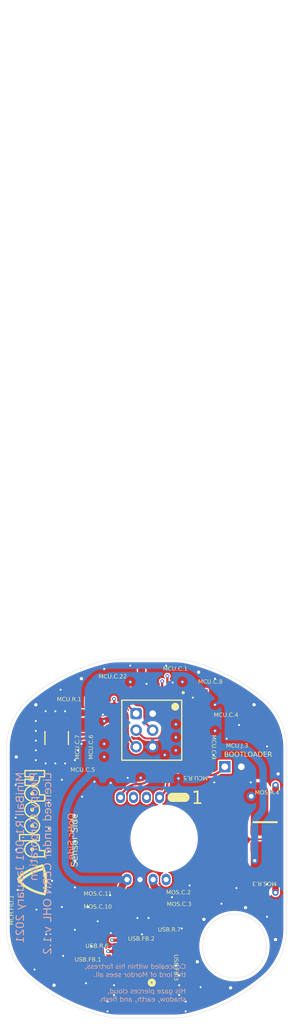
<source format=kicad_pcb>
(kicad_pcb (version 20240108) (generator "pcbnew") (generator_version "8.0")
  (layers (0 "F.Cu" signal "Top Layer") (1 "In1.Cu" signal "Plane 1") (2 "In2.Cu" signal "Plane 2") (31 "B.Cu" signal "Bottom Layer") (34 "B.Paste" user "Bottom Paste") (35 "F.Paste" user "Top Paste") (36 "B.SilkS" user "Bottom Overlay") (37 "F.SilkS" user "Top Overlay") (38 "B.Mask" user "Bottom Solder") (39 "F.Mask" user "Top Mask") (44 "Edge.Cuts" user))
  (property "ADDRESS1" "137-1140 Burnhamthorpe Road W")
  (property "ADDRESS2" "Mississauga")
  (property "ADDRESS3" "Ontario")
  (property "ADDRESS4" "Canada L5C 0A3")
  (property "AUTHOR" "")
  (property "CONFIGURATIONPARAMETERS" "")
  (property "CONFIGURATORNAME" "")
  (property "DOCUMENTNUMBER" "5")
  (property "ISUSERCONFIGURABLE" "")
  (property "ORGANIZATION" "Ploopy Corporation")
  (property "PAGESETUP" "")
  (property "SHEETTOTAL" "5")
  (property "SPICEMODELCACHE" "")
  (property "VERSIONCONTROL_PROJFOLDERREVNUMBER" "")
  (property "VERSIONCONTROL_REVNUMBER" "")
  (net 0 "")
  (net 1 "NetMCU.J.3_1")
  (net 2 "NetMOS.D.1_C")
  (net 3 "NetMOS.C.2_2")
  (net 4 "NetMCU.U.1_31")
  (net 5 "NetMCU.U.1_28")
  (net 6 "NetMCU.U.1_12")
  (net 7 "NetMCU.U.1_17")
  (net 8 "NetMCU.U.1_16")
  (net 9 "NetUSB.FB.3_1")
  (net 10 "NetUSB.FB.3_2")
  (net 11 "NetUSB.FB.2_2")
  (net 12 "NetUSB.FB.2_1")
  (net 13 "NetUSB.FB.1_1")
  (net 14 "V_USB")
  (net 15 "SCLK")
  (net 16 "~{RESET}")
  (net 17 "NetMOS.R.3_1")
  (net 18 "NetMCU.U.1_4")
  (net 19 "NetMCU.U.1_3")
  (net 20 "NetMCU.C.4_2")
  (net 21 "NetMCU.C.1_2")
  (net 22 "MOSI")
  (net 23 "MISO")
  (net 24 "GND")
  (footprint "PCBFeatures.PcbLib:SparkGap" (layer "F.Cu") (at 165.0011 84.5036 90)
    (property "Reference" "MCH.SP.10" (hide yes))
    (property "Value" "Spark Gap" (hide yes))
  )
  (footprint "PCBFeatures.PcbLib:SparkGap" (layer "F.Cu") (at 168.30111 120.5036 90)
    (property "Reference" "MCH.SP.9" (hide yes))
    (property "Value" "Spark Gap" (hide yes))
  )
  (footprint "Chip_Passives.PcbLib:0805 - TALL" (layer "F.Cu") (at 142.70111 82.0036 -90)
    (property "Reference" "MCU.C.22")
    (property "Value" "0805" (hide yes))
  )
  (footprint "Crystals.PcbLib:LFXTAL055663BULK" (layer "F.Cu") (at 134.7011 89.6036 -90)
    (property "Reference" "MCU.Y.1" (hide yes))
    (property "Value" "ECS-160-12-30B-AGM" (hide yes))
  )
  (footprint "Chip_Passives.PcbLib:0805" (layer "F.Cu") (at 144.7011 122.3036 -90)
    (property "Reference" "USB.R.6")
    (property "Value" "0805" (hide yes))
  )
  (footprint "PCBFeatures.PcbLib:SparkGap" (layer "F.Cu") (at 157.3011 117.4036 90)
    (property "Reference" "MCH.SP.2" (hide yes))
    (property "Value" "Spark Gap" (hide yes))
  )
  (footprint "Chip_Passives.PcbLib:0805 - TALL" (layer "F.Cu") (at 148.80111 79.7036 -90)
    (property "Reference" "MCU.C.1")
    (property "Value" "0805" (hide yes))
  )
  (footprint "Chip_Passives.PcbLib:0805 - TALL" (layer "F.Cu") (at 138.10111 86.8036 180)
    (property "Reference" "MCU.C.7")
    (property "Value" "0805" (hide yes))
  )
  (footprint "PCBFeatures.PcbLib:SparkGap" (layer "F.Cu") (at 138.5011 80.5036 90)
    (property "Reference" "MCH.SP.3" (hide yes))
    (property "Value" "Spark Gap" (hide yes))
  )
  (footprint "Chip_Passives.PcbLib:0805 - TALL" (layer "F.Cu") (at 149.3011 113.7036 90)
    (property "Reference" "MOS.C.2")
    (property "Value" "0805" (hide yes))
  )
  (footprint "Chip_Passives.PcbLib:0805 - TALL" (layer "F.Cu") (at 157.1011 87.4036 180)
    (property "Reference" "MCU.C.4")
    (property "Value" "0805" (hide yes))
  )
  (footprint "Chip_Passives.PcbLib:0805" (layer "F.Cu") (at 151.2011 125.2036 180)
    (property "Reference" "USB.FB.3")
    (property "Value" "ACML-0805-601-T" (hide yes))
  )
  (footprint "Chip_Passives.PcbLib:0805" (layer "F.Cu") (at 167.30111 110.2036 -90)
    (property "Reference" "MOS.R.3")
    (property "Value" "0805" (hide yes))
  )
  (footprint "Mechanical.PcbLib:FIDUCIAL_1.5" (layer "F.Cu") (at 166.50111 88.1036 90)
    (property "Reference" "MCH.FID.2" (hide yes))
    (property "Value" "IPC-7351 Fiducial 1mm" (hide yes))
  )
  (footprint "PCBFeatures.PcbLib:SparkGap" (layer "F.Cu") (at 161.4011 127.9036 90)
    (property "Reference" "MCH.SP.11" (hide yes))
    (property "Value" "Spark Gap" (hide yes))
  )
  (footprint "Chip_Passives.PcbLib:0805" (layer "F.Cu") (at 148.30111 122.3036 -90)
    (property "Reference" "USB.FB.2")
    (property "Value" "ACML-0805-601-T" (hide yes))
  )
  (footprint "PCBFeatures.PcbLib:SparkGap" (layer "F.Cu") (at 131.50111 84.5036 90)
    (property "Reference" "MCH.SP.5" (hide yes))
    (property "Value" "Spark Gap" (hide yes))
  )
  (footprint "Chip_Passives.PcbLib:0805 - TALL" (layer "F.Cu") (at 142.9011 94.8036 90)
    (property "Reference" "MCU.C.5")
    (property "Value" "0805" (hide yes))
  )
  (footprint "PCBFeatures.PcbLib:SparkGap" (layer "F.Cu") (at 128.5011 92.5036 90)
    (property "Reference" "MCH.SP.12" (hide yes))
    (property "Value" "Spark Gap" (hide yes))
  )
  (footprint "Chip_Passives.PcbLib:0805 - TALL" (layer "F.Cu") (at 145.6011 115.8036 -90)
    (property "Reference" "MOS.C.10")
    (property "Value" "0805" (hide yes))
  )
  (footprint "Connectors.PcbLib:6x2" (layer "F.Cu") (at 146.90111 85.8636)
    (property "Reference" "MCU.J.1" (hide yes))
    (property "Value" "Atmel_ICSP" (hide yes))
  )
  (footprint "Chip_Passives.PcbLib:0805 - TALL" (layer "F.Cu") (at 157.1011 83.7036 180)
    (property "Reference" "MCU.C.8")
    (property "Value" "0805" (hide yes))
  )
  (footprint "Connectors.PcbLib:2x1" (layer "F.Cu") (at 160.5111 94.0036 90)
    (property "Reference" "MCU.J.3")
    (property "Value" "HEADER2" (hide yes))
  )
  (footprint "Mechanical.PcbLib:FIDUCIAL_1.5" (layer "F.Cu") (at 130.0011 121.6036 90)
    (property "Reference" "MCH.FID.1")
    (property "Value" "IPC-7351 Fiducial 1mm" (hide yes))
  )
  (footprint "Graphics.PcbLib:PloopyLogo" (layer "F.Cu") (at 131.0011 107.5036 90)
    (property "Reference" "MCH.LOGO.1" (hide yes))
    (property "Value" "Ploopy logo, silkscreen" (hide yes))
  )
  (footprint "Chip_Passives.PcbLib:0805 - TALL" (layer "F.Cu") (at 149.3011 115.8036 90)
    (property "Reference" "MOS.C.3")
    (property "Value" "0805" (hide yes))
  )
  (footprint "PCBFeatures.PcbLib:SparkGap" (layer "F.Cu") (at 156.5011 79.5036 90)
    (property "Reference" "MCH.SP.8" (hide yes))
    (property "Value" "Spark Gap" (hide yes))
  )
  (footprint "Diodes.PcbLib:PESD3V3S4UD - SOT95P275X110-6N" (layer "F.Cu") (at 147.8011 125.2036 180)
    (property "Reference" "USB.Z.1" (hide yes))
    (property "Value" "IP4220CZ6,125" (hide yes))
  )
  (footprint "Chip_Passives.PcbLib:0805" (layer "F.Cu") (at 167.30111 99.8036 90)
    (property "Reference" "MOS.R.4")
    (property "Value" "0805" (hide yes))
  )
  (footprint "OptoElectronics.PcbLib:ADNS-5050" (layer "F.Cu") (at 150.50112 98.7036)
    (property "Reference" "MOS.U.2" (hide yes))
    (property "Value" "ADNS-5050" (hide yes))
  )
  (footprint "Chip_Passives.PcbLib:0805 - TALL" (layer "F.Cu") (at 157.1011 91.1036)
    (property "Reference" "MCU.C.9")
    (property "Value" "0805" (hide yes))
  )
  (footprint "Chip_Passives.PcbLib:0805" (layer "F.Cu") (at 151.2011 121.6036 180)
    (property "Reference" "USB.R.7")
    (property "Value" "0805" (hide yes))
  )
  (footprint "LEDs.PcbLib:SIDELED-A67F" (layer "F.Cu") (at 166.4011 105.0036)
    (property "Reference" "MOS.D.1" (hide yes))
    (property "Value" "SIDELED-A67F" (hide yes))
  )
  (footprint "Chip_Passives.PcbLib:0805" (layer "F.Cu") (at 156.3011 94.0036 90)
    (property "Reference" "MCU.R.5")
    (property "Value" "0805" (hide yes))
  )
  (footprint "PCBFeatures.PcbLib:SparkGap" (layer "F.Cu") (at 134.30111 127.5036 90)
    (property "Reference" "MCH.SP.6" (hide yes))
    (property "Value" "Spark Gap" (hide yes))
  )
  (footprint "PCBFeatures.PcbLib:SparkGap" (layer "F.Cu") (at 163.7011 115.6036 90)
    (property "Reference" "MCH.SP.7" (hide yes))
    (property "Value" "Spark Gap" (hide yes))
  )
  (footprint "PCBFeatures.PcbLib:SparkGap" (layer "F.Cu") (at 168.7011 95.1036 90)
    (property "Reference" "MCH.SP.1" (hide yes))
    (property "Value" "Spark Gap" (hide yes))
  )
  (footprint "Chip_Passives.PcbLib:0805" (layer "F.Cu") (at 140.60111 84.0036 -90)
    (property "Reference" "MCU.R.1")
    (property "Value" "0805" (hide yes))
  )
  (footprint "PCBFeatures.PcbLib:SparkGap" (layer "F.Cu") (at 156.3011 123.9036 90)
    (property "Reference" "MCH.SP.4" (hide yes))
    (property "Value" "Spark Gap" (hide yes))
  )
  (footprint "Connectors.PcbLib:10118192-0001LF" (layer "F.Cu") (at 148.5011 132.10361 180)
    (property "Reference" "USB.J.2" (hide yes))
    (property "Value" "10118192-0001LF" (hide yes))
  )
  (footprint "Chip_Passives.PcbLib:0805 - TALL" (layer "F.Cu") (at 140.20111 86.8036 180)
    (property "Reference" "MCU.C.6")
    (property "Value" "0805" (hide yes))
  )
  (footprint "Chip_Passives.PcbLib:0805 - TALL" (layer "F.Cu") (at 145.6011 113.7036 -90)
    (property "Reference" "MOS.C.11")
    (property "Value" "0805" (hide yes))
  )
  (footprint "Chip_Passives.PcbLib:0805" (layer "F.Cu") (at 143.6011 124.4036 -90)
    (property "Reference" "USB.FB.1")
    (property "Value" "ACML-0805-601-T" (hide yes))
  )
  (footprint "MCUs.PcbLib:ATmega32U4 - TQFP80P1200X1200X120-44N" (layer "F.Cu") (at 149.3011 88.4036 -90)
    (property "Reference" "MCU.U.1" (hide yes))
    (property "Value" "ATMEGA32U4RC-AU" (hide yes))
  )
  (gr_line (start 144.2879 132.5036) (end 152.7141 132.5036) (stroke (width 0.05)) (layer "Edge.Cuts"))
  (gr_arc (start 141.947421 77.781378) (mid 143.109509 77.57329) (end 144.2882 77.5036) (stroke (width 0.05)) (layer "Edge.Cuts"))
  (gr_arc (start 166.389987 83.46323) (mid 169.05341 86.907039) (end 170.0011 91.17866) (stroke (width 0.05)) (layer "Edge.Cuts"))
  (gr_arc (start 152.7143 77.5036) (mid 153.892682 77.573284) (end 155.054823 77.781411) (stroke (width 0.05)) (layer "Edge.Cuts"))
  (gr_arc (start 144.2879 132.5036) (mid 143.109508 132.433916) (end 141.947441 132.225818) (stroke (width 0.05)) (layer "Edge.Cuts"))
  (gr_line (start 152.7143 77.5036) (end 144.2882 77.5036) (stroke (width 0.05)) (layer "Edge.Cuts"))
  (gr_arc (start 130.612217 126.54397) (mid 127.94879 123.100161) (end 127.0011 118.82854) (stroke (width 0.05)) (layer "Edge.Cuts"))
  (gr_arc (start 166.389983 126.54397) (mid 161.048233 130.034967) (end 155.054784 132.225834) (stroke (width 0.05)) (layer "Edge.Cuts"))
  (gr_arc (start 130.612213 83.463222) (mid 135.953967 79.972231) (end 141.947442 77.781392) (stroke (width 0.05)) (layer "Edge.Cuts"))
  (gr_arc (start 155.054774 132.225818) (mid 153.892681 132.433909) (end 152.7141 132.503599) (stroke (width 0.05)) (layer "Edge.Cuts"))
  (gr_circle (center 162.0011 121.507679) (end 162.2011 116.607679) (stroke (width 0.05)) (fill none) (layer "Edge.Cuts"))
  (gr_arc (start 141.94743 132.22582) (mid 135.953967 130.03497) (end 130.612209 126.543968) (stroke (width 0.05)) (layer "Edge.Cuts"))
  (gr_line (start 170.0011 118.830507) (end 170.0011 91.17866) (stroke (width 0.05)) (layer "Edge.Cuts"))
  (gr_arc (start 170.0011 118.830507) (mid 169.053436 123.100169) (end 166.38999 126.543969) (stroke (width 0.05)) (layer "Edge.Cuts"))
  (gr_line (start 127.0011 91.15615) (end 127.0011 118.82854) (stroke (width 0.05)) (layer "Edge.Cuts"))
  (gr_arc (start 127.0011 91.15615) (mid 127.948776 86.907032) (end 130.612252 83.46323) (stroke (width 0.05)) (layer "Edge.Cuts"))
  (gr_arc (start 155.054772 77.781378) (mid 161.048233 79.97223) (end 166.389989 83.463228) (stroke (width 0.05)) (layer "Edge.Cuts"))
  (gr_text "BOOTLOADER" (at 160.4011 92.6099 0) (layer "F.SilkS") (effects (font (size 0.762 0.762) (thickness 0.254)) (justify left bottom)))
  (gr_text_box "MiniBall R1.001 January 2021\nPloopy Corporation\nLicensed under CERN OHL v.1.2" (start 127.48216 132.3136) (end 136.0561 93.8936) (angle 90) (layer "B.SilkS") (effects (font (size 1.25 1.25) (thickness 0.254)) (justify left top mirror)) (border no) (stroke (width 0.1)))
  (gr_text_box "Concealed within his fortress, \nthe lord of Mordor sees all. \n\nHis gaze pierces cloud, \nshadow, earth, and flesh." (start 134.39511 123.6706) (end 155.10711 131.06194) (layer "B.SilkS") (effects (font (size 0.75 0.75) (thickness 0.254)) (justify left top mirror)) (border no) (stroke (width 0.1)))
  (segment (start 155.2987 94.0036) (end 156.24345 94.94835) (width 0.35) (layer "F.Cu") (net 1))
  (segment (start 159.95505 94.55965) (end 160.5111 94.0036) (width 0.35) (layer "F.Cu") (net 1))
  (segment (start 157.10111 95.3036) (end 158.159 95.3036) (width 0.35) (layer "F.Cu") (net 1))
  (segment (start 153.66324 94.0036) (end 155.2987 94.0036) (width 0.35) (layer "F.Cu") (net 1))
  (arc (start 159.955051 94.559651) (mid 159.131016 95.110254) (end 158.159 95.3036) (width 0.35) (layer "F.Cu") (net 1))
  (arc (start 157.10111 95.3036) (mid 156.636949 95.211273) (end 156.243453 94.948347) (width 0.35) (layer "F.Cu") (net 1))
  (arc (start 153.301109 94.153599) (mid 153.467256 94.042583) (end 153.66324 94.003599) (width 0.35) (layer "F.Cu") (net 1))
  (segment (start 166.2987 99.8036) (end 166.2987 103.30119) (width 0.5) (layer "F.Cu") (net 2))
  (segment (start 166.2987 103.30119) (end 166.70111 103.7036) (width 0.5) (layer "F.Cu") (net 2))
  (via (at 164.5761 98.5286) (size 1.4) (drill 0.7) (layers "F.Cu" "B.Cu") (net 2))
  (segment (start 150.3535 115.8036) (end 150.3535 113.7036) (width 1.1) (layer "F.Cu") (net 3))
  (segment (start 149.50112 111.63796) (end 149.50112 111.3036) (width 1.1) (layer "F.Cu") (net 3))
  (segment (start 150.3535 113.7036) (end 150.3535 113.69579) (width 1.1) (layer "F.Cu") (net 3))
  (arc (start 149.9011 112.6036) (mid 150.235925 113.104701) (end 150.3535 113.69579) (width 1.1) (layer "F.Cu") (net 3))
  (arc (start 149.901101 112.603599) (mid 149.605072 112.16056) (end 149.50112 111.63796) (width 1.1) (layer "F.Cu") (net 3))
  (segment (start 150.50112 98.7036) (end 150.95716 98.24757) (width 0.35) (layer "F.Cu") (net 4))
  (segment (start 151.7011 96.45152) (end 151.7011 94.1536) (width 0.35) (layer "F.Cu") (net 4))
  (arc (start 151.7011 96.45152) (mid 151.507754 97.423536) (end 150.957151 98.247571) (width 0.35) (layer "F.Cu") (net 4))
  (segment (start 147.0761 96.6786) (end 147.24651 96.6786) (width 0.35) (layer "F.Cu") (net 5))
  (segment (start 149.3011 94.97756) (end 149.3011 94.1536) (width 0.35) (layer "F.Cu") (net 5))
  (segment (start 144.80165 97.97805) (end 145.41167 97.36803) (width 0.35) (layer "F.Cu") (net 5))
  (arc (start 148.876101 96.003601) (mid 148.128438 96.503173) (end 147.24651 96.6786) (width 0.35) (layer "F.Cu") (net 5))
  (arc (start 145.41167 97.36803) (mid 146.175317 96.857777) (end 147.0761 96.678601) (width 0.35) (layer "F.Cu") (net 5))
  (arc (start 149.3011 94.97756) (mid 149.190647 95.532845) (end 148.876103 96.003593) (width 0.35) (layer "F.Cu") (net 5))
  (arc (start 144.50112 98.7036) (mid 144.579226 98.310936) (end 144.801652 97.978052) (width 0.35) (layer "F.Cu") (net 5))
  (segment (start 143.5511 84.4036) (end 143.5511 83.72431) (width 0.35) (layer "F.Cu") (net 6))
  (via (at 143.5011 83.6036) (size 0.6) (drill 0.3) (layers "F.Cu" "B.Cu") (net 6))
  (arc (start 143.5011 83.6036) (mid 143.538105 83.658982) (end 143.5511 83.72431) (width 0.35) (layer "F.Cu") (net 6))
  (segment (start 136.1011 91.70361) (end 137.41216 90.39255) (width 0.35) (layer "F.Cu") (net 7))
  (segment (start 142.118624 88.927534) (end 142.11816 88.927997) (width 0.35) (layer "F.Cu") (net 7))
  (segment (start 142.4041 88.64206) (end 142.4041 88.64206) (width 0.35) (layer "F.Cu") (net 7))
  (segment (start 141.94412 89.10204) (end 141.94413 89.10204) (width 0.35) (layer "F.Cu") (net 7))
  (segment (start 141.94413 89.10204) (end 142.11816 88.928) (width 0.35) (layer "F.Cu") (net 7))
  (segment (start 142.11863 88.92754) (end 142.4041 88.64206) (width 0.35) (layer "F.Cu") (net 7))
  (segment (start 139.20821 89.6486) (end 140.6261 89.6486) (width 0.35) (layer "F.Cu") (net 7))
  (segment (start 143.08572 88.4036) (end 143.5511 88.4036) (width 0.35) (layer "F.Cu") (net 7))
  (arc (start 142.448775 88.60462) (mid 142.751763 88.455048) (end 143.08572 88.4036) (width 0.35) (layer "F.Cu") (net 7))
  (arc (start 141.944117 89.102038) (mid 141.339525 89.506542) (end 140.6261 89.6486) (width 0.35) (layer "F.Cu") (net 7))
  (arc (start 142.404099 88.642062) (mid 142.425655 88.622411) (end 142.448772 88.604622) (width 0.35) (layer "F.Cu") (net 7))
  (arc (start 137.412159 90.392549) (mid 138.236194 89.841946) (end 139.20821 89.6486) (width 0.35) (layer "F.Cu") (net 7))
  (segment (start 133.3011 87.5036) (end 134.10715 88.30965) (width 0.4) (layer "F.Cu") (net 8))
  (segment (start 135.90321 89.0536) (end 140.6261 89.0536) (width 0.4) (layer "F.Cu") (net 8))
  (segment (start 143.02537 87.6036) (end 143.5511 87.6036) (width 0.4) (layer "F.Cu") (net 8))
  (segment (start 141.52234 88.68237) (end 142.3011 87.9036) (width 0.4) (layer "F.Cu") (net 8))
  (arc (start 142.301109 87.903599) (mid 142.633403 87.681567) (end 143.02537 87.6036) (width 0.4) (layer "F.Cu") (net 8))
  (arc (start 135.90321 89.0536) (mid 134.931194 88.860254) (end 134.107159 88.309651) (width 0.4) (layer "F.Cu") (net 8))
  (arc (start 141.52233 88.68237) (mid 141.111136 88.957121) (end 140.6261 89.053601) (width 0.4) (layer "F.Cu") (net 8))
  (segment (start 149.2511 126.1536) (end 149.2511 126.1536) (width 0.35) (layer "F.Cu") (net 9))
  (segment (start 148.50111 128.2786) (end 148.50111 127.46926) (width 0.35) (layer "F.Cu") (net 9))
  (segment (start 149.2511 126.1536) (end 151.0746 126.1536) (width 0.55) (layer "F.Cu") (net 9))
  (segment (start 148.9011 126.5036) (end 149.2511 126.1536) (width 0.35) (layer "F.Cu") (net 9))
  (arc (start 148.50111 127.46926) (mid 148.605065 126.946645) (end 148.901103 126.503593) (width 0.35) (layer "F.Cu") (net 9))
  (arc (start 151.0746 126.15359) (mid 151.143066 126.167209) (end 151.201108 126.205992) (width 0.55) (layer "F.Cu") (net 9))
  (segment (start 151.2011 124.2012) (end 151.2011 122.606) (width 0.5) (layer "F.Cu") (net 10))
  (segment (start 145.70351 122.3036) (end 147.29871 122.3036) (width 0.55) (layer "F.Cu") (net 11))
  (segment (start 149.2511 124.2536) (end 149.2511 122.43011) (width 0.55) (layer "F.Cu") (net 12))
  (segment (start 147.8511 128.27541) (end 147.8511 125.44858) (width 0.35) (layer "F.Cu") (net 12))
  (segment (start 149.04608 124.2536) (end 149.2511 124.2536) (width 0.35) (layer "F.Cu") (net 12))
  (arc (start 148.201102 124.603602) (mid 148.588781 124.344563) (end 149.04608 124.253601) (width 0.35) (layer "F.Cu") (net 12))
  (arc (start 147.8511 125.44858) (mid 147.942062 124.991281) (end 148.201102 124.603602) (width 0.35) (layer "F.Cu") (net 12))
  (arc (start 149.2511 122.43011) (mid 149.264719 122.36164) (end 149.303504 122.303594) (width 0.55) (layer "F.Cu") (net 12))
  (segment (start 144.96563 124.2536) (end 146.3511 124.2536) (width 0.55) (layer "F.Cu") (net 13))
  (segment (start 146.3511 126.1536) (end 146.9511 126.7536) (width 0.35) (layer "F.Cu") (net 13))
  (segment (start 146.9511 126.7536) (end 146.95129 126.75379) (width 0.35) (layer "F.Cu") (net 13))
  (segment (start 146.3511 125.2036) (end 146.3511 124.2536) (width 0.55) (layer "F.Cu") (net 13))
  (segment (start 146.951106 126.753594) (end 146.951298 126.753785) (width 0.35) (layer "F.Cu") (net 13))
  (segment (start 147.20111 128.2786) (end 147.20111 127.35718) (width 0.35) (layer "F.Cu") (net 13))
  (segment (start 146.3511 126.1536) (end 146.3511 125.2036) (width 0.55) (layer "F.Cu") (net 13))
  (arc (start 146.951298 126.753785) (mid 147.136196 127.030646) (end 147.20112 127.35718) (width 0.35) (layer "F.Cu") (net 13))
  (arc (start 144.603506 124.403596) (mid 144.76965 124.292582) (end 144.96563 124.253599) (width 0.55) (layer "F.Cu") (net 13))
  (segment (start 155.0511 92.4036) (end 156.50334 92.4036) (width 0.35) (layer "F.Cu") (net 14))
  (segment (start 157.3035 94.0036) (end 157.3035 92.64464) (width 1) (layer "F.Cu") (net 14))
  (segment (start 157.21601 92.2036) (end 158.8011 92.2036) (width 1) (layer "F.Cu") (net 14))
  (segment (start 142.14505 118.20725) (end 144.50096 115.85135) (width 1.1) (layer "F.Cu") (net 14))
  (segment (start 143.9535 94.8036) (end 144.32487 95.17496) (width 0.35) (layer "F.Cu") (net 14))
  (segment (start 147.24111 118.3036) (end 147.24185 118.30361) (width 1.1) (layer "F.Cu") (net 14))
  (segment (start 141.4011 122.15389) (end 141.4011 120.0033) (width 1.1) (layer "F.Cu") (net 14))
  (segment (start 144.5487 115.8036) (end 144.5487 113.7036) (width 1.1) (layer "F.Cu") (net 14))
  (segment (start 152.5011 82.6536) (end 152.5011 81.1036) (width 0.35) (layer "F.Cu") (net 14))
  (segment (start 148.80781 118.3036) (end 148.80781 118.3036) (width 1.1) (layer "F.Cu") (net 14))
  (segment (start 165.84266 110.65965) (end 166.29871 110.2036) (width 1.1) (layer "F.Cu") (net 14))
  (segment (start 144.5487 113.7036) (end 144.5487 113.30812) (width 1.1) (layer "F.Cu") (net 14))
  (segment (start 138.10111 85.7512) (end 140.20111 85.7512) (width 1) (layer "F.Cu") (net 14))
  (segment (start 147.24734 118.3036) (end 148.80781 118.3036) (width 1.1) (layer "F.Cu") (net 14))
  (segment (start 144.91437 117.0787) (end 144.91461 117.07908) (width 1.1) (layer "F.Cu") (net 14))
  (segment (start 152.03963 116.96507) (end 153.97263 115.03208) (width 1.1) (layer "F.Cu") (net 14))
  (segment (start 144.5487 115.89909) (end 144.5487 115.8036) (width 1.1) (layer "F.Cu") (net 14))
  (segment (start 145.29265 111.51207) (end 145.50112 111.3036) (width 1.1) (layer "F.Cu") (net 14))
  (segment (start 162.73287 111.4036) (end 164.04661 111.4036) (width 1.1) (layer "F.Cu") (net 14))
  (segment (start 142.14505 123.94994) (end 142.59871 124.4036) (width 1.1) (layer "F.Cu") (net 14))
  (segment (start 155.0511 84.4036) (end 156.59307 82.86163) (width 0.35) (layer "F.Cu") (net 14))
  (segment (start 162.73051 111.4036) (end 162.73287 111.4036) (width 1.1) (layer "F.Cu") (net 14))
  (segment (start 148.5011 82.6536) (end 148.5011 81.3036) (width 0.35) (layer "F.Cu") (net 14))
  (segment (start 144.50096 115.85135) (end 144.5487 115.8036) (width 1.1) (layer "F.Cu") (net 14))
  (segment (start 146.1011 94.4965) (end 146.1011 94.1536) (width 0.35) (layer "F.Cu") (net 14))
  (segment (start 140.81047 86.0036) (end 143.5511 86.0036) (width 0.35) (layer "F.Cu") (net 14))
  (segment (start 139.59871 84.29687) (end 139.59871 84.0036) (width 1) (layer "F.Cu") (net 14))
  (via (at 152.5011 81.1036) (size 0.6) (drill 0.3) (layers "F.Cu" "B.Cu") (net 14))
  (via (at 145.60111 95.7036) (size 0.6) (drill 0.3) (layers "F.Cu" "B.Cu") (net 14))
  (via (at 158.8011 92.2036) (size 0.6) (drill 0.3) (layers "F.Cu" "B.Cu") (net 14))
  (via (at 155.60111 83.4036) (size 0.6) (drill 0.3) (layers "F.Cu" "B.Cu") (net 14))
  (via (at 148.5011 81.3036) (size 0.6) (drill 0.3) (layers "F.Cu" "B.Cu") (net 14))
  (via (at 141.80111 86.0036) (size 0.6) (drill 0.3) (layers "F.Cu" "B.Cu") (net 14))
  (via (at 165.1011 108.4036) (size 1) (drill 0.5) (layers "F.Cu" "B.Cu") (net 14))
  (arc (start 147.241119 118.303596) (mid 145.927608 117.976824) (end 144.91462 117.079078) (width 1.1) (layer "F.Cu") (net 14))
  (arc (start 157.21601 92.2036) (mid 157.153821 92.19123) (end 157.101099 92.156003) (width 1) (layer "F.Cu") (net 14))
  (arc (start 144.91436 117.078695) (mid 144.642203 116.516583) (end 144.54869 115.899092) (width 1.1) (layer "F.Cu") (net 14))
  (arc (start 142.145049 123.949941) (mid 141.594446 123.125906) (end 141.4011 122.15389) (width 1.1) (layer "F.Cu") (net 14))
  (arc (start 165.842661 110.659651) (mid 165.018626 111.210254) (end 164.04661 111.4036) (width 1.1) (layer "F.Cu") (net 14))
  (arc (start 141.4011 120.0033) (mid 141.594446 119.031284) (end 142.145049 118.207249) (width 1.1) (layer "F.Cu") (net 14))
  (arc (start 146.1011 94.4965) (mid 146.072922 94.80539) (end 145.989316 95.104082) (width 0.35) (layer "F.Cu") (net 14))
  (arc (start 156.593065 82.861635) (mid 156.826153 82.70589) (end 157.1011 82.6512) (width 0.35) (layer "F.Cu") (net 14))
  (arc (start 157.1011 92.156) (mid 156.826845 92.339251) (end 156.50334 92.4036) (width 0.35) (layer "F.Cu") (net 14))
  (arc (start 140.201102 85.751197) (mid 139.755259 85.083946) (end 139.5987 84.29687) (width 1) (layer "F.Cu") (net 14))
  (arc (start 157.101109 92.156001) (mid 157.250908 92.38019) (end 157.30351 92.64464) (width 1) (layer "F.Cu") (net 14))
  (arc (start 144.5487 113.30812) (mid 144.742046 112.336104) (end 145.292649 111.512069) (width 1.1) (layer "F.Cu") (net 14))
  (arc (start 152.039629 116.965069) (mid 150.557088 117.956343) (end 148.807813 118.303599) (width 1.1) (layer "F.Cu") (net 14))
  (arc (start 140.81047 86.0036) (mid 140.480689 85.938002) (end 140.201114 85.751196) (width 0.35) (layer "F.Cu") (net 14))
  (arc (start 145.989316 95.104082) (mid 145.826914 95.424372) (end 145.601102 95.703602) (width 0.35) (layer "F.Cu") (net 14))
  (arc (start 145.60111 95.7036) (mid 144.910416 95.566212) (end 144.324874 95.174966) (width 0.35) (layer "F.Cu") (net 14))
  (arc (start 153.972628 115.032075) (mid 157.99054 112.346446) (end 162.730505 111.4036) (width 1.1) (layer "F.Cu") (net 14))
  (arc (start 147.241843 118.303614) (mid 147.244591 118.303604) (end 147.24734 118.3036) (width 1.1) (layer "F.Cu") (net 14))
  (segment (start 165.1011 108.4036) (end 165.1011 103.0557) (width 1.1) (layer "B.Cu") (net 14))
  (segment (start 136.74505 110.24755) (end 137.05716 110.55965) (width 1.1) (layer "B.Cu") (net 14))
  (segment (start 165.84505 101.25965) (end 165.90111 101.2036) (width 1.1) (layer "B.Cu") (net 14))
  (segment (start 164.44505 91.74755) (end 165.65716 92.95965) (width 1.1) (layer "B.Cu") (net 14))
  (segment (start 136.0011 102.62493) (end 136.0011 102.62827) (width 1.1) (layer "B.Cu") (net 14))
  (segment (start 136.0011 108.4515) (end 136.0011 102.62827) (width 1.1) (layer "B.Cu") (net 14))
  (segment (start 166.4011 99.99649) (end 166.4011 94.7557) (width 1.1) (layer "B.Cu") (net 14))
  (segment (start 138.56389 96.44081) (end 140.50111 94.5036) (width 1.1) (layer "B.Cu") (net 14))
  (segment (start 158.6011 91.0036) (end 162.649 91.0036) (width 1.1) (layer "B.Cu") (net 14))
  (segment (start 138.85321 111.3036) (end 145.50112 111.3036) (width 1.1) (layer "B.Cu") (net 14))
  (arc (start 162.649 91.0036) (mid 163.621016 91.196946) (end 164.445051 91.747549) (width 1.1) (layer "B.Cu") (net 14))
  (arc (start 166.4011 99.99649) (mid 166.271155 100.649769) (end 165.901102 101.203592) (width 1.1) (layer "B.Cu") (net 14))
  (arc (start 136.0011 102.624928) (mid 136.667168 99.277871) (end 138.563887 96.440813) (width 1.1) (layer "B.Cu") (net 14))
  (arc (start 138.85321 111.3036) (mid 137.881194 111.110254) (end 137.057159 110.559651) (width 1.1) (layer "B.Cu") (net 14))
  (arc (start 165.657151 92.959649) (mid 166.207754 93.783684) (end 166.4011 94.7557) (width 1.1) (layer "B.Cu") (net 14))
  (arc (start 165.1011 103.0557) (mid 165.294446 102.083684) (end 165.845049 101.259649) (width 1.1) (layer "B.Cu") (net 14))
  (arc (start 136.745049 110.247551) (mid 136.194446 109.423516) (end 136.0011 108.4515) (width 1.1) (layer "B.Cu") (net 14))
  (segment (start 148.5761 89.6786) (end 149.97862 89.6786) (width 0.3) (layer "F.Cu") (net 15))
  (segment (start 147.89327 89.39576) (end 147.89348 89.39597) (width 0.3) (layer "F.Cu") (net 15))
  (segment (start 146.90111 83.04399) (end 146.90111 82.6536) (width 0.3) (layer "F.Cu") (net 15))
  (segment (start 150.49506 84.79755) (end 150.50111 84.8036) (width 0.3) (layer "F.Cu") (net 15))
  (segment (start 146.90111 88.4036) (end 147.89327 89.39576) (width 0.3) (layer "F.Cu") (net 15))
  (segment (start 150.9011 88.29649) (end 150.9011 85.76928) (width 0.3) (layer "F.Cu") (net 15))
  (segment (start 147.7693 84.0536) (end 148.699 84.0536) (width 0.3) (layer "F.Cu") (net 15))
  (segment (start 147.893473 89.395971) (end 147.893261 89.395759) (width 0.3) (layer "F.Cu") (net 15))
  (arc (start 148.699 84.0536) (mid 149.671016 84.246946) (end 150.495051 84.797549) (width 0.3) (layer "F.Cu") (net 15))
  (arc (start 150.401109 89.503599) (mid 150.207269 89.633118) (end 149.97862 89.6786) (width 0.3) (layer "F.Cu") (net 15))
  (arc (start 147.226107 83.828603) (mid 146.985574 83.468619) (end 146.90111 83.04399) (width 0.3) (layer "F.Cu") (net 15))
  (arc (start 150.495037 84.797563) (mid 150.498073 84.800577) (end 150.501102 84.803598) (width 0.3) (layer "F.Cu") (net 15))
  (arc (start 150.501102 84.803598) (mid 150.797144 85.246657) (end 150.901101 85.76928) (width 0.3) (layer "F.Cu") (net 15))
  (arc (start 148.5761 89.6786) (mid 148.206689 89.605149) (end 147.893473 89.395971) (width 0.3) (layer "F.Cu") (net 15))
  (arc (start 147.7693 84.0536) (mid 147.475323 83.995124) (end 147.226101 83.828599) (width 0.3) (layer "F.Cu") (net 15))
  (arc (start 150.9011 88.29649) (mid 150.771154 88.949773) (end 150.401099 89.503599) (width 0.3) (layer "F.Cu") (net 15))
  (segment (start 143.5511 85.2036) (end 144.75362 85.2036) (width 0.35) (layer "F.Cu") (net 16))
  (segment (start 145.60111 88.5915) (end 145.60111 86.40464) (width 0.35) (layer "F.Cu") (net 16))
  (segment (start 141.7643 84.3918) (end 142.37611 85.0036) (width 0.35) (layer "F.Cu") (net 16))
  (segment (start 142.85894 85.2036) (end 143.5511 85.2036) (width 0.35) (layer "F.Cu") (net 16))
  (segment (start 141.60351 84.0036) (end 141.60351 82.11272) (width 0.35) (layer "F.Cu") (net 16))
  (segment (start 146.34505 90.38755) (end 146.90111 90.9436) (width 0.35) (layer "F.Cu") (net 16))
  (arc (start 145.1761 85.3786) (mid 145.490646 85.849351) (end 145.6011 86.40464) (width 0.35) (layer "F.Cu") (net 16))
  (arc (start 142.85894 85.2036) (mid 142.597632 85.151623) (end 142.376106 85.003604) (width 0.35) (layer "F.Cu") (net 16))
  (arc (start 144.75362 85.2036) (mid 144.982266 85.24908) (end 145.176102 85.378598) (width 0.35) (layer "F.Cu") (net 16))
  (arc (start 141.60351 82.11272) (mid 141.615257 82.053664) (end 141.648709 82.003599) (width 0.35) (layer "F.Cu") (net 16))
  (arc (start 141.764298 84.391802) (mid 141.64529 84.213693) (end 141.603499 84.0036) (width 0.35) (layer "F.Cu") (net 16))
  (arc (start 146.345059 90.387551) (mid 145.794456 89.563516) (end 145.60111 88.5915) (width 0.35) (layer "F.Cu") (net 16))
  (segment (start 168.30111 113.3036) (end 168.30111 110.206) (width 1) (layer "F.Cu") (net 17))
  (segment (start 168.3035 99.8036) (end 168.3035 96.806) (width 1) (layer "F.Cu") (net 17))
  (segment (start 168.30111 110.206) (end 168.30351 110.2036) (width 1) (layer "F.Cu") (net 17))
  (segment (start 168.30111 96.8036) (end 168.3035 96.806) (width 1) (layer "F.Cu") (net 17))
  (via (at 168.30111 96.8036) (size 1) (drill 0.5) (layers "F.Cu" "B.Cu") (net 17))
  (via (at 168.30111 113.3036) (size 1) (drill 0.5) (layers "F.Cu" "B.Cu") (net 17))
  (segment (start 150.9011 82.6536) (end 150.9011 80.9036) (width 0.35) (layer "F.Cu") (net 18))
  (segment (start 143.20231 120.6024) (end 151.1999 120.6024) (width 0.5) (layer "F.Cu") (net 18))
  (segment (start 143.20111 120.6036) (end 143.20231 120.6024) (width 0.5) (layer "F.Cu") (net 18))
  (segment (start 151.1999 120.6024) (end 151.2011 120.6012) (width 0.5) (layer "F.Cu") (net 18))
  (via (at 143.20111 120.6036) (size 0.6) (drill 0.3) (layers "F.Cu" "B.Cu") (net 18))
  (via (at 150.9011 80.9036) (size 0.6) (drill 0.3) (layers "F.Cu" "B.Cu") (net 18))
  (segment (start 142.60111 122.3036) (end 143.69871 122.3036) (width 0.5) (layer "F.Cu") (net 19))
  (segment (start 151.7011 82.6536) (end 151.7011 80.1036) (width 0.35) (layer "F.Cu") (net 19))
  (via (at 151.7011 80.1036) (size 0.6) (drill 0.3) (layers "F.Cu" "B.Cu") (net 19))
  (via (at 142.60111 122.3036) (size 0.6) (drill 0.3) (layers "F.Cu" "B.Cu") (net 19))
  (segment (start 155.0511 86.0036) (end 156.26192 86.0036) (width 0.4) (layer "F.Cu") (net 20))
  (arc (start 156.26192 86.0036) (mid 156.716081 86.093938) (end 157.1011 86.3512) (width 0.4) (layer "F.Cu") (net 20))
  (segment (start 148.09422 79.84671) (end 149.0261 80.7786) (width 0.4) (layer "F.Cu") (net 21))
  (segment (start 149.3011 82.6536) (end 149.3011 81.44251) (width 0.4) (layer "F.Cu") (net 21))
  (arc (start 147.753077 79.955563) (mid 147.675834 79.839961) (end 147.648711 79.7036) (width 0.4) (layer "F.Cu") (net 21))
  (arc (start 149.026103 80.778607) (mid 149.229631 81.083208) (end 149.301101 81.44251) (width 0.4) (layer "F.Cu") (net 21))
  (arc (start 147.74871 79.70359) (mid 147.935701 79.740785) (end 148.094224 79.846706) (width 0.4) (layer "F.Cu") (net 21))
  (segment (start 147.26501 84.6036) (end 147.46474 84.6036) (width 0.3) (layer "F.Cu") (net 22))
  (segment (start 148.77458 87.73708) (end 149.44111 88.4036) (width 0.3) (layer "F.Cu") (net 22))
  (segment (start 147.46474 84.6036) (end 147.48111 84.6036) (width 0.3) (layer "F.Cu") (net 22))
  (segment (start 148.16011 86.2536) (end 148.16011 85.35165) (width 0.3) (layer "F.Cu") (net 22))
  (segment (start 146.1011 83.1215) (end 146.1011 82.6536) (width 0.3) (layer "F.Cu") (net 22))
  (arc (start 146.601108 84.328602) (mid 146.231055 83.774779) (end 146.10111 83.1215) (width 0.3) (layer "F.Cu") (net 22))
  (arc (start 148.774585 87.737075) (mid 148.319807 87.056451) (end 148.16011 86.2536) (width 0.3) (layer "F.Cu") (net 22))
  (arc (start 147.26501 84.6036) (mid 146.905709 84.53213) (end 146.601107 84.328603) (width 0.3) (layer "F.Cu") (net 22))
  (arc (start 147.481106 84.603591) (mid 147.965045 84.846517) (end 148.16011 85.35165) (width 0.3) (layer "F.Cu") (net 22))
  (segment (start 145.3011 83.21149) (end 145.3011 82.6536) (width 0.3) (layer "F.Cu") (net 23))
  (segment (start 146.04505 85.00755) (end 146.90111 85.8636) (width 0.3) (layer "F.Cu") (net 23))
  (arc (start 146.045049 85.007541) (mid 145.494446 84.183506) (end 145.3011 83.21149) (width 0.3) (layer "F.Cu") (net 23))
  (via (at 131.50111 91.5036) (size 0.6) (drill 0.3) (layers "F.Cu" "B.Cu") (net 24))
  (via (at 156.5011 79.5036) (size 1.016) (drill 0.508) (layers "F.Cu" "B.Cu") (net 24))
  (via (at 161.4011 127.9036) (size 1.016) (drill 0.508) (layers "F.Cu" "B.Cu") (net 24))
  (via (at 128.4011 101.8036) (size 0.6) (drill 0.3) (layers "F.Cu" "B.Cu") (net 24))
  (via (at 157.3011 117.4036) (size 1.016) (drill 0.508) (layers "F.Cu" "B.Cu") (net 24))
  (via (at 156.3011 123.9036) (size 1.016) (drill 0.508) (layers "F.Cu" "B.Cu") (net 24))
  (via (at 153.5011 129.0036) (size 0.6) (drill 0.3) (layers "F.Cu" "B.Cu") (net 24))
  (via (at 140.50111 96.3036) (size 0.6) (drill 0.3) (layers "F.Cu" "B.Cu") (net 24))
  (via (at 153.0011 87.5036) (size 0.6) (drill 0.3) (layers "F.Cu" "B.Cu") (net 24))
  (via (at 167.0011 112.0036) (size 0.6) (drill 0.3) (layers "F.Cu" "B.Cu") (net 24))
  (via (at 140.0011 121.5036) (size 0.6) (drill 0.3) (layers "F.Cu" "B.Cu") (net 24))
  (via (at 135.50111 115.5036) (size 0.6) (drill 0.3) (layers "F.Cu" "B.Cu") (net 24))
  (via (at 131.60111 115.9036) (size 0.6) (drill 0.3) (layers "F.Cu" "B.Cu") (net 24))
  (via (at 137.5011 101.5036) (size 0.6) (drill 0.3) (layers "F.Cu" "B.Cu") (net 24))
  (via (at 133.5011 107.0036) (size 0.6) (drill 0.3) (layers "F.Cu" "B.Cu") (net 24))
  (via (at 143.5011 127.5036) (size 0.6) (drill 0.3) (layers "F.Cu" "B.Cu") (net 24))
  (via (at 146.0011 78.5036) (size 0.6) (drill 0.3) (layers "F.Cu" "B.Cu") (net 24))
  (via (at 156.8011 127.8036) (size 0.6) (drill 0.3) (layers "F.Cu" "B.Cu") (net 24))
  (via (at 155.1011 112.2036) (size 0.6) (drill 0.3) (layers "F.Cu" "B.Cu") (net 24))
  (via (at 162.3011 112.6036) (size 0.6) (drill 0.3) (layers "F.Cu" "B.Cu") (net 24))
  (via (at 138.6011 98.6036) (size 0.6) (drill 0.3) (layers "F.Cu" "B.Cu") (net 24))
  (via (at 146.0011 81.0036) (size 0.6) (drill 0.3) (layers "F.Cu" "B.Cu") (net 24))
  (via (at 142.0011 87.0036) (size 0.6) (drill 0.3) (layers "F.Cu" "B.Cu") (net 24))
  (via (at 143.00111 119.5036) (size 0.6) (drill 0.3) (layers "F.Cu" "B.Cu") (net 24))
  (via (at 162.7011 87.6036) (size 0.6) (drill 0.3) (layers "F.Cu" "B.Cu") (net 24))
  (via (at 135.50111 96.0036) (size 0.6) (drill 0.3) (layers "F.Cu" "B.Cu") (net 24))
  (via (at 134.5011 85.5036) (size 0.6) (drill 0.3) (layers "F.Cu" "B.Cu") (net 24))
  (via (at 133.1011 119.7036) (size 0.6) (drill 0.3) (layers "F.Cu" "B.Cu") (net 24))
  (via (at 134.00111 111.5036) (size 0.6) (drill 0.3) (layers "F.Cu" "B.Cu") (net 24))
  (via (at 131.3011 125.1036) (size 0.6) (drill 0.3) (layers "F.Cu" "B.Cu") (net 24))
  (via (at 143.00111 96.5036) (size 0.6) (drill 0.3) (layers "F.Cu" "B.Cu") (net 24))
  (via (at 151.3011 92.2036) (size 0.6) (drill 0.3) (layers "F.Cu" "B.Cu") (net 24))
  (via (at 164.50111 96.4036) (size 0.6) (drill 0.3) (layers "F.Cu" "B.Cu") (net 24))
  (via (at 148.8011 117.2036) (size 0.6) (drill 0.3) (layers "F.Cu" "B.Cu") (net 24))
  (via (at 165.0011 84.5036) (size 1.016) (drill 0.508) (layers "F.Cu" "B.Cu") (net 24))
  (via (at 137.5011 119.0036) (size 0.6) (drill 0.3) (layers "F.Cu" "B.Cu") (net 24))
  (via (at 133.00111 85.5036) (size 0.6) (drill 0.3) (layers "F.Cu" "B.Cu") (net 24))
  (via (at 147.1011 117.2036) (size 0.6) (drill 0.3) (layers "F.Cu" "B.Cu") (net 24))
  (via (at 153.5011 126.0036) (size 0.6) (drill 0.3) (layers "F.Cu" "B.Cu") (net 24))
  (via (at 133.5011 103.5036) (size 0.6) (drill 0.3) (layers "F.Cu" "B.Cu") (net 24))
  (via (at 137.5011 105.5036) (size 0.6) (drill 0.3) (layers "F.Cu" "B.Cu") (net 24))
  (via (at 131.50111 90.0036) (size 0.6) (drill 0.3) (layers "F.Cu" "B.Cu") (net 24))
  (via (at 142.5011 130.0036) (size 0.6) (drill 0.3) (layers "F.Cu" "B.Cu") (net 24))
  (via (at 131.50111 93.0036) (size 0.6) (drill 0.3) (layers "F.Cu" "B.Cu") (net 24))
  (via (at 153.0011 91.5036) (size 0.6) (drill 0.3) (layers "F.Cu" "B.Cu") (net 24))
  (via (at 143.5011 129.0036) (size 0.6) (drill 0.3) (layers "F.Cu" "B.Cu") (net 24))
  (via (at 141.0011 117.7036) (size 0.6) (drill 0.3) (layers "F.Cu" "B.Cu") (net 24))
  (via (at 167.0011 117.0036) (size 0.6) (drill 0.3) (layers "F.Cu" "B.Cu") (net 24))
  (via (at 142.0011 79.0036) (size 0.6) (drill 0.3) (layers "F.Cu" "B.Cu") (net 24))
  (via (at 131.50111 87.0036) (size 0.6) (drill 0.3) (layers "F.Cu" "B.Cu") (net 24))
  (via (at 137.5011 108.5036) (size 0.6) (drill 0.3) (layers "F.Cu" "B.Cu") (net 24))
  (via (at 154.50111 130.0036) (size 0.6) (drill 0.3) (layers "F.Cu" "B.Cu") (net 24))
  (via (at 160.80111 89.7036) (size 0.6) (drill 0.3) (layers "F.Cu" "B.Cu") (net 24))
  (via (at 167.0011 90.9036) (size 0.6) (drill 0.3) (layers "F.Cu" "B.Cu") (net 24))
  (via (at 142.0011 92.5036) (size 0.6) (drill 0.3) (layers "F.Cu" "B.Cu") (net 24))
  (via (at 159.0011 88.5036) (size 0.6) (drill 0.3) (layers "F.Cu" "B.Cu") (net 24))
  (via (at 142.5011 131.5036) (size 0.6) (drill 0.3) (layers "F.Cu" "B.Cu") (net 24))
  (via (at 153.0011 89.5036) (size 0.6) (drill 0.3) (layers "F.Cu" "B.Cu") (net 24))
  (via (at 137.5011 112.5036) (size 0.6) (drill 0.3) (layers "F.Cu" "B.Cu") (net 24))
  (via (at 139.5011 115.5036) (size 0.6) (drill 0.3) (layers "F.Cu" "B.Cu") (net 24))
  (via (at 153.0011 124.5036) (size 0.6) (drill 0.3) (layers "F.Cu" "B.Cu") (net 24))
  (via (at 152.4011 114.0036) (size 0.6) (drill 0.3) (layers "F.Cu" "B.Cu") (net 24))
  (via (at 147.8011 119.7036) (size 0.6) (drill 0.3) (layers "F.Cu" "B.Cu") (net 24))
  (via (at 134.5011 93.5036) (size 0.6) (drill 0.3) (layers "F.Cu" "B.Cu") (net 24))
  (via (at 138.5011 80.5036) (size 1.016) (drill 0.508) (layers "F.Cu" "B.Cu") (net 24))
  (via (at 139.20111 127.2036) (size 0.6) (drill 0.3) (layers "F.Cu" "B.Cu") (net 24))
  (via (at 135.30111 82.2036) (size 0.6) (drill 0.3) (layers "F.Cu" "B.Cu") (net 24))
  (via (at 163.7011 115.6036) (size 1.016) (drill 0.508) (layers "F.Cu" "B.Cu") (net 24))
  (via (at 151.5011 78.5036) (size 0.6) (drill 0.3) (layers "F.Cu" "B.Cu") (net 24))
  (via (at 128.4011 96.8036) (size 0.6) (drill 0.3) (layers "F.Cu" "B.Cu") (net 24))
  (via (at 153.4011 95.8036) (size 0.6) (drill 0.3) (layers "F.Cu" "B.Cu") (net 24))
  (via (at 131.50111 88.5036) (size 0.6) (drill 0.3) (layers "F.Cu" "B.Cu") (net 24))
  (via (at 147.6011 95.7036) (size 0.6) (drill 0.3) (layers "F.Cu" "B.Cu") (net 24))
  (via (at 134.30111 127.5036) (size 1.016) (drill 0.508) (layers "F.Cu" "B.Cu") (net 24))
  (via (at 168.30111 120.5036) (size 1.016) (drill 0.508) (layers "F.Cu" "B.Cu") (net 24))
  (via (at 168.7011 95.1036) (size 1.016) (drill 0.508) (layers "F.Cu" "B.Cu") (net 24))
  (via (at 142.0011 90.5036) (size 0.6) (drill 0.3) (layers "F.Cu" "B.Cu") (net 24))
  (via (at 128.7011 112.9036) (size 0.6) (drill 0.3) (layers "F.Cu" "B.Cu") (net 24))
  (via (at 131.50111 84.5036) (size 1.016) (drill 0.508) (layers "F.Cu" "B.Cu") (net 24))
  (via (at 158.9011 96.4036) (size 0.6) (drill 0.3) (layers "F.Cu" "B.Cu") (net 24))
  (via (at 153.5011 127.5036) (size 0.6) (drill 0.3) (layers "F.Cu" "B.Cu") (net 24))
  (via (at 159.0011 84.5036) (size 0.6) (drill 0.3) (layers "F.Cu" "B.Cu") (net 24))
  (via (at 136.0011 85.5036) (size 0.6) (drill 0.3) (layers "F.Cu" "B.Cu") (net 24))
  (via (at 137.5011 93.0036) (size 0.6) (drill 0.3) (layers "F.Cu" "B.Cu") (net 24))
  (via (at 159.0011 80.5036) (size 0.6) (drill 0.3) (layers "F.Cu" "B.Cu") (net 24))
  (via (at 153.9011 118.8036) (size 0.6) (drill 0.3) (layers "F.Cu" "B.Cu") (net 24))
  (via (at 154.50111 131.5036) (size 0.6) (drill 0.3) (layers "F.Cu" "B.Cu") (net 24))
  (via (at 138.5011 90.5036) (size 0.6) (drill 0.3) (layers "F.Cu" "B.Cu") (net 24))
  (via (at 136.0011 93.5036) (size 0.6) (drill 0.3) (layers "F.Cu" "B.Cu") (net 24))
  (via (at 135.7011 123.0036) (size 0.6) (drill 0.3) (layers "F.Cu" "B.Cu") (net 24))
  (via (at 142.90111 113.7036) (size 0.6) (drill 0.3) (layers "F.Cu" "B.Cu") (net 24))
  (via (at 128.5011 92.5036) (size 1.016) (drill 0.508) (layers "F.Cu" "B.Cu") (net 24))
  (via (at 160.0011 115.0036) (size 0.6) (drill 0.3) (layers "F.Cu" "B.Cu") (net 24))
  (via (at 133.00111 93.5036) (size 0.6) (drill 0.3) (layers "F.Cu" "B.Cu") (net 24))
  (via (at 154.0011 81.0036) (size 0.6) (drill 0.3) (layers "F.Cu" "B.Cu") (net 24))
  (via (at 128.5011 106.7036) (size 0.6) (drill 0.3) (layers "F.Cu" "B.Cu") (net 24))
  (via (at 138.00111 91.5036) (size 0.6) (drill 0.3) (layers "F.Cu" "B.Cu") (net 24))
  (via (at 133.5011 99.5036) (size 0.6) (drill 0.3) (layers "F.Cu" "B.Cu") (net 24))
  (zone (net 14) (net_name "V_USB") (layer "F.Cu") (priority 5) (connect_pads yes (clearance 0.5)) (min_thickness 0.25) (fill yes (thermal_gap 0.25) (thermal_bridge_width 0.5))
    (polygon (pts (xy 164.50111 105.9036) (arc (start 164.50111 112.87934) (mid 164.579077 113.271307) (end 164.801109 113.603601)) (arc (start 164.80111 113.6036) (mid 164.911874 113.67761) (end 165.04253 113.703599)) (xy 165.04253 113.7036) (arc (start 166.61826 113.7036) (mid 166.879572 113.651622) (end 167.101101 113.503601)) (arc (start 167.101101 113.503601) (mid 167.249122 113.282072) (end 167.3011 113.02076)) (xy 167.30111 113.02076) (arc (start 167.3011 107.34502) (mid 167.275111 107.214364) (end 167.2011 107.1036)) (xy 167.20111 107.1036)))
  )
  (zone (net 24) (net_name "GND") (layer "F.Cu") (priority 3) (connect_pads yes (clearance 0.2)) (min_thickness 0.15) (fill yes (thermal_gap 0.25) (thermal_bridge_width 0.5))
    (polygon (pts (xy 126.0011 76.5036) (xy 126.0011 132.5036) (xy 171.00111 132.5036) (xy 171.00111 76.5036)))
  )
  (zone (net 2) (net_name "NetMOS.D.1_C") (layer "F.Cu") (priority 6) (connect_pads yes (clearance 0.5)) (min_thickness 0.25) (fill yes (thermal_gap 0.25) (thermal_bridge_width 0.5))
    (polygon (pts (xy 167.2011 98.01071) (xy 167.198607 97.876554) (xy 167.156635 97.611544) (xy 167.073722 97.356363) (xy 166.951911 97.117294) (xy 166.794201 96.900224) (xy 166.701099 96.803601) (xy 166.701102 96.803598) (xy 166.62373 96.729203) (xy 166.450089 96.603045) (xy 166.258851 96.505603) (xy 166.054725 96.439276) (xy 165.842736 96.405698) (xy 165.73542 96.403599) (xy 165.73542 96.4036) (xy 164.80821 96.4036) (xy 164.674054 96.406093) (xy 164.409046 96.448065) (xy 164.153866 96.530976) (xy 163.914799 96.652786) (xy 163.697729 96.810495) (xy 163.601108 96.903598) (xy 163.526712 96.98097) (xy 163.400553 97.15461) (xy 163.30311 97.345848) (xy 163.236783 97.549975) (xy 163.203205 97.761964) (xy 163.201109 97.86928) (xy 163.20111 97.86928) (xy 163.2011 98.8036) (xy 163.203165 98.866897) (xy 163.235927 98.989179) (xy 163.299219 99.098816) (xy 163.342523 99.145027) (xy 163.34253 99.14502) (xy 163.901099 99.703601) (xy 163.994459 99.799929) (xy 164.157765 100.012754) (xy 164.291894 100.245075) (xy 164.39455 100.492915) (xy 164.463979 100.752035) (xy 164.49899 101.018) (xy 164.501099 101.15213) (xy 164.50111 101.15213) (xy 164.50111 104.5036) (xy 166.95968 104.5036) (xy 167.027035 102.400783) (xy 167.151491 102.349234) (xy 167.201107 102.303597) (xy 167.20111 102.3036) (xy 167.20111 98.01071)))
  )
  (zone (net 24) (net_name "GND") (layer "B.Cu") (connect_pads yes (clearance 0.5)) (min_thickness 0.25) (fill yes (thermal_gap 0.25) (thermal_bridge_width 0.5))
    (polygon (pts (xy 127.0011 77.5036) (xy 170.0011 77.5036) (xy 170.0011 132.5036) (xy 127.0011 132.5036)))
  )
  (zone (net 14) (net_name "V_USB") (layer "B.Cu") (priority 4) (connect_pads yes (clearance 0.5)) (min_thickness 0.25) (fill yes (thermal_gap 0.25) (thermal_bridge_width 0.5))
    (polygon (pts (arc (start 140.293996 80.210706) (mid 141.077222 79.687371) (end 142.0011 79.5036)) (arc (start 153.949 79.5036) (mid 154.921016 79.696946) (end 155.745051 80.247549)) (xy 155.74505 80.24755) (arc (start 159.257151 83.759649) (mid 159.807754 84.583684) (end 160.0011 85.5557)) (arc (start 160.0011 92.4515) (mid 159.807754 93.423516) (end 159.257151 94.247551)) (xy 159.25716 94.24755) (arc (start 157.745051 95.759651) (mid 156.921016 96.310254) (end 155.949 96.5036)) (arc (start 142.05321 96.5036) (mid 141.081194 96.310254) (end 140.257159 95.759651)) (xy 140.25716 95.75965) (arc (start 139.745049 95.247551) (mid 139.194446 94.423516) (end 139.0011 93.4515)) (arc (start 139.0011 82.5557) (mid 139.194446 81.583684) (end 139.745049 80.759649)) (xy 139.74505 80.75965)))
  )
)
</source>
